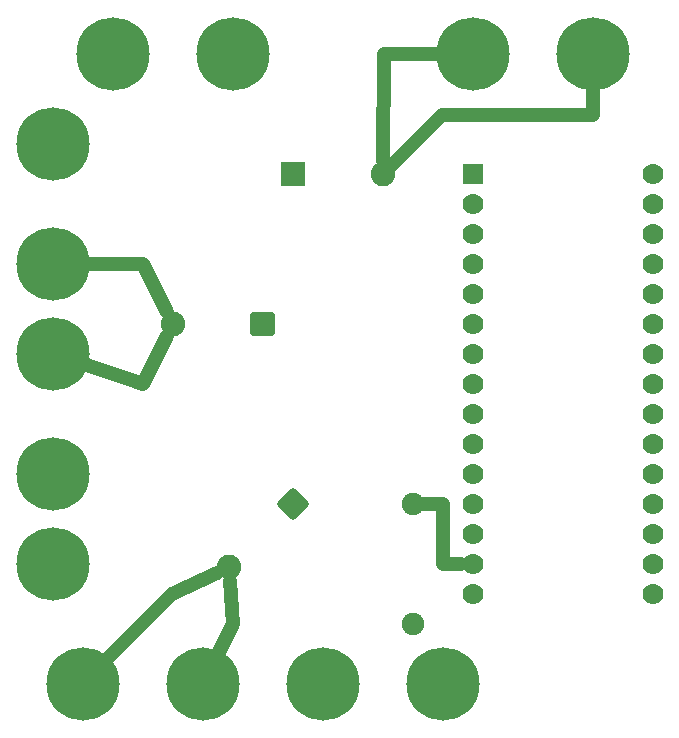
<source format=gbl>
G04 MADE WITH FRITZING*
G04 WWW.FRITZING.ORG*
G04 DOUBLE SIDED*
G04 HOLES PLATED*
G04 CONTOUR ON CENTER OF CONTOUR VECTOR*
%ASAXBY*%
%FSLAX23Y23*%
%MOIN*%
%OFA0B0*%
%SFA1.0B1.0*%
%ADD10C,0.070000*%
%ADD11C,0.082000*%
%ADD12C,0.075000*%
%ADD13C,0.244000*%
%ADD14R,0.069972X0.070000*%
%ADD15R,0.082000X0.082000*%
%ADD16C,0.048000*%
%ADD17C,0.020000*%
%LNCOPPER0*%
G90*
G70*
G54D10*
X1689Y1984D03*
X1689Y1884D03*
X1689Y1784D03*
X1689Y1684D03*
X1689Y1584D03*
X1689Y1484D03*
X1689Y1384D03*
X1689Y1284D03*
X1689Y1184D03*
X1689Y1084D03*
X1689Y984D03*
X1689Y884D03*
X1689Y784D03*
X1689Y684D03*
X1689Y584D03*
X2289Y1984D03*
X2289Y1884D03*
X2289Y1784D03*
X2289Y1684D03*
X2289Y1584D03*
X2289Y1484D03*
X2289Y1384D03*
X2289Y1284D03*
X2289Y1184D03*
X2289Y1084D03*
X2289Y984D03*
X2289Y884D03*
X2289Y784D03*
X2289Y684D03*
X2289Y584D03*
G54D11*
X1089Y884D03*
X877Y672D03*
G54D12*
X1489Y484D03*
X1489Y884D03*
G54D13*
X289Y684D03*
X389Y284D03*
X1589Y284D03*
X289Y984D03*
X289Y1684D03*
X289Y2084D03*
X1689Y2384D03*
X889Y2384D03*
X289Y1384D03*
X489Y2384D03*
X2089Y2384D03*
X789Y284D03*
X1189Y284D03*
G54D11*
X1089Y1984D03*
X1389Y1984D03*
X989Y1484D03*
X689Y1484D03*
G54D14*
X1689Y1984D03*
G54D15*
X1089Y1984D03*
G54D16*
X1589Y884D02*
X1489Y884D01*
D02*
X1589Y684D02*
X1589Y884D01*
D02*
X1649Y684D02*
X1589Y684D01*
D02*
X589Y1684D02*
X387Y1684D01*
D02*
X670Y1522D02*
X589Y1684D01*
D02*
X589Y1284D02*
X382Y1353D01*
D02*
X670Y1445D02*
X589Y1284D01*
D02*
X1588Y2181D02*
X1420Y2014D01*
D02*
X2089Y2181D02*
X1588Y2181D01*
D02*
X2089Y2287D02*
X2089Y2181D01*
D02*
X1392Y2384D02*
X1390Y2027D01*
D02*
X1592Y2384D02*
X1392Y2384D01*
D02*
X889Y484D02*
X880Y628D01*
D02*
X833Y371D02*
X889Y484D01*
D02*
X688Y583D02*
X838Y653D01*
D02*
X458Y353D02*
X688Y583D01*
G54D17*
X1089Y840D02*
X1045Y884D01*
X1089Y928D01*
X1133Y884D01*
X1089Y840D01*
D02*
X958Y1453D02*
X958Y1515D01*
X1020Y1515D01*
X1020Y1453D01*
X958Y1453D01*
D02*
G04 End of Copper0*
M02*
</source>
